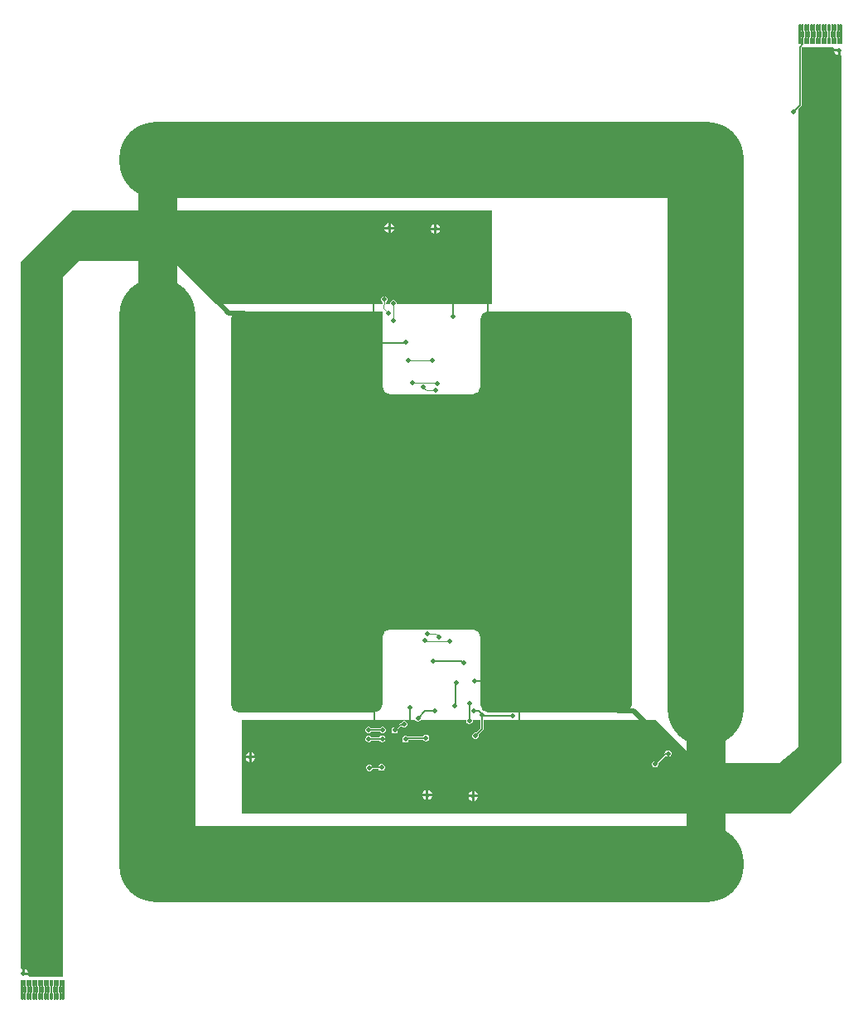
<source format=gbr>
%TF.GenerationSoftware,Altium Limited,Altium Designer,23.9.2 (47)*%
G04 Layer_Physical_Order=2*
G04 Layer_Color=16711680*
%FSLAX25Y25*%
%MOIN*%
%TF.SameCoordinates,C1B3935E-4126-4279-B8D9-91AEC20F268D*%
%TF.FilePolarity,Positive*%
%TF.FileFunction,Copper,L2,Bot,Signal*%
%TF.Part,Single*%
G01*
G75*
%TA.AperFunction,Conductor*%
%ADD27C,0.30709*%
%ADD28C,0.00551*%
%ADD29C,0.01968*%
%ADD30C,0.00787*%
%ADD31C,0.03937*%
%TA.AperFunction,ComponentPad*%
%ADD34C,0.30709*%
%TA.AperFunction,SMDPad,CuDef*%
%AMCUSTOMSHAPE35*
4,1,11,-0.00591,-0.03937,-0.00591,0.03543,-0.00197,0.03937,-0.00197,0.03937,0.00197,0.03937,0.00591,0.03543,0.00591,0.01476,0.00197,0.01083,0.00197,-0.01476,0.00591,-0.01870,0.00591,-0.03937,-0.00591,-0.03937,0.0*%
%ADD35CUSTOMSHAPE35*%

%AMCUSTOMSHAPE36*
4,1,12,-0.00591,-0.01280,-0.00591,0.00886,-0.00197,0.01280,-0.00197,0.03937,0.00197,0.03937,0.00197,0.01280,0.00591,0.00886,0.00591,-0.01280,0.00197,-0.01673,0.00197,-0.03937,-0.00197,-0.03937,-0.00197,-0.01673,-0.00591,-0.01280,0.0*%
%ADD36CUSTOMSHAPE36*%

%AMCUSTOMSHAPE37*
4,1,14,-0.00591,-0.03937,-0.00591,-0.01870,-0.00197,-0.01476,-0.00197,0.01083,-0.00591,0.01476,-0.00591,0.03543,-0.00197,0.03937,0.00197,0.03937,0.00591,0.03543,0.00591,0.01476,0.00197,0.01083,0.00197,-0.01476,0.00591,-0.01870,0.00591,-0.03937,-0.00591,-0.03937,0.0*%
%ADD37CUSTOMSHAPE37*%

%AMCUSTOMSHAPE38*
4,1,12,-0.00591,-0.03937,-0.00591,-0.01870,-0.00197,-0.01476,-0.00197,-0.01476,-0.00197,0.01083,-0.00591,0.01476,-0.00591,0.01476,-0.00591,0.03543,-0.00197,0.03937,0.00197,0.03937,0.00591,0.03543,0.00591,-0.03937,-0.00591,-0.03937,0.0*%
%ADD38CUSTOMSHAPE38*%

%AMCUSTOMSHAPE39*
4,1,11,0.00591,0.03937,0.00591,-0.03543,0.00197,-0.03937,0.00197,-0.03937,-0.00197,-0.03937,-0.00591,-0.03543,-0.00591,-0.01476,-0.00197,-0.01083,-0.00197,0.01476,-0.00591,0.01870,-0.00591,0.03937,0.00591,0.03937,0.0*%
%ADD39CUSTOMSHAPE39*%

%AMCUSTOMSHAPE40*
4,1,12,0.00591,0.01280,0.00591,-0.00886,0.00197,-0.01280,0.00197,-0.03937,-0.00197,-0.03937,-0.00197,-0.01280,-0.00591,-0.00886,-0.00591,0.01280,-0.00197,0.01673,-0.00197,0.03937,0.00197,0.03937,0.00197,0.01673,0.00591,0.01280,0.0*%
%ADD40CUSTOMSHAPE40*%

%AMCUSTOMSHAPE41*
4,1,14,0.00591,0.03937,0.00591,0.01870,0.00197,0.01476,0.00197,-0.01083,0.00591,-0.01476,0.00591,-0.03543,0.00197,-0.03937,-0.00197,-0.03937,-0.00591,-0.03543,-0.00591,-0.01476,-0.00197,-0.01083,-0.00197,0.01476,-0.00591,0.01870,-0.00591,0.03937,0.00591,0.03937,0.0*%
%ADD41CUSTOMSHAPE41*%

%AMCUSTOMSHAPE42*
4,1,12,0.00591,0.03937,0.00591,0.01870,0.00197,0.01476,0.00197,0.01476,0.00197,-0.01083,0.00591,-0.01476,0.00591,-0.01476,0.00591,-0.03543,0.00197,-0.03937,-0.00197,-0.03937,-0.00591,-0.03543,-0.00591,0.03937,0.00591,0.03937,0.0*%
%ADD42CUSTOMSHAPE42*%

%TA.AperFunction,ViaPad*%
%ADD43C,0.01968*%
%TA.AperFunction,Conductor*%
%ADD44C,0.15748*%
%ADD45C,0.00394*%
G36*
X44094Y103150D02*
X5720D01*
X5630Y103285D01*
Y103802D01*
X5432Y104279D01*
X5067Y104645D01*
X4589Y104842D01*
X4072D01*
X3595Y104645D01*
X3229Y104279D01*
X3032Y103802D01*
Y103285D01*
X2941Y103150D01*
X1462D01*
X1341Y103330D01*
Y103941D01*
X1523Y104017D01*
X1889Y104382D01*
X2087Y104860D01*
Y105377D01*
X1889Y105854D01*
X1523Y106219D01*
X1046Y106417D01*
X529D01*
X52Y106219D01*
X-314Y105854D01*
X-512Y105377D01*
Y104860D01*
X-314Y104382D01*
X51Y104017D01*
X126Y103539D01*
X-191Y103150D01*
X-66929D01*
X-84252Y120472D01*
X-122047Y120472D01*
X-128740Y114370D01*
Y-167323D01*
X-142277D01*
X-142611Y-166823D01*
X-142548Y-166670D01*
X-144489D01*
Y-166170D01*
X-144989D01*
Y-164229D01*
X-145057Y-164257D01*
X-145472Y-163979D01*
Y120330D01*
X-124803Y140945D01*
X44094D01*
Y103150D01*
D02*
G37*
G36*
X181885Y206049D02*
X181821Y205895D01*
X183762D01*
Y205395D01*
X184262D01*
Y203455D01*
X184427Y203523D01*
X184843Y203245D01*
Y-81104D01*
X164075Y-101719D01*
X-56595D01*
Y-63924D01*
X13129D01*
X13170Y-64023D01*
X13536Y-64389D01*
X14013Y-64587D01*
X14530D01*
X15008Y-64389D01*
X15373Y-64023D01*
X15414Y-63924D01*
X33553D01*
X33643Y-64059D01*
Y-64576D01*
X33841Y-65053D01*
X34207Y-65419D01*
X34684Y-65617D01*
X35201D01*
X35678Y-65419D01*
X36044Y-65053D01*
X36242Y-64576D01*
Y-64059D01*
X36332Y-63924D01*
X39400D01*
Y-67369D01*
X37596Y-69173D01*
X37143D01*
X36666Y-69371D01*
X36300Y-69736D01*
X36102Y-70214D01*
Y-70731D01*
X36300Y-71208D01*
X36666Y-71574D01*
X37143Y-71772D01*
X37660D01*
X38138Y-71574D01*
X38503Y-71208D01*
X38701Y-70731D01*
Y-70214D01*
X38602Y-69975D01*
X40491Y-68085D01*
X40679Y-67633D01*
Y-63924D01*
X109987D01*
X127310Y-81247D01*
X159744Y-81247D01*
X167421Y-75144D01*
Y181773D01*
X168464Y182816D01*
X168651Y183268D01*
Y206431D01*
X168768Y206549D01*
X181551D01*
X181885Y206049D01*
D02*
G37*
%LPC*%
G36*
X3256Y135799D02*
Y134358D01*
X4696D01*
X4438Y134982D01*
X3880Y135540D01*
X3256Y135799D01*
D02*
G37*
G36*
X2256D02*
X1632Y135540D01*
X1074Y134982D01*
X815Y134358D01*
X2256D01*
Y135799D01*
D02*
G37*
G36*
X21760Y135405D02*
Y133965D01*
X23201D01*
X22942Y134589D01*
X22384Y135147D01*
X21760Y135405D01*
D02*
G37*
G36*
X20760D02*
X20136Y135147D01*
X19578Y134589D01*
X19319Y133965D01*
X20760D01*
Y135405D01*
D02*
G37*
G36*
X4696Y133358D02*
X3256D01*
Y131918D01*
X3880Y132176D01*
X4438Y132734D01*
X4696Y133358D01*
D02*
G37*
G36*
X2256D02*
X815D01*
X1074Y132734D01*
X1632Y132176D01*
X2256Y131918D01*
Y133358D01*
D02*
G37*
G36*
X23201Y132965D02*
X21760D01*
Y131524D01*
X22384Y131782D01*
X22942Y132341D01*
X23201Y132965D01*
D02*
G37*
G36*
X20760D02*
X19319D01*
X19578Y132341D01*
X20136Y131782D01*
X20760Y131524D01*
Y132965D01*
D02*
G37*
G36*
X-143989Y-164229D02*
Y-165670D01*
X-142548D01*
X-142806Y-165046D01*
X-143365Y-164488D01*
X-143989Y-164229D01*
D02*
G37*
G36*
X183262Y204895D02*
X181821D01*
X182080Y204272D01*
X182638Y203713D01*
X183262Y203455D01*
Y204895D01*
D02*
G37*
G36*
X9018Y-64449D02*
X8501D01*
X8024Y-64647D01*
X7658Y-65012D01*
X7506Y-65380D01*
X7111D01*
X6659Y-65567D01*
X5276Y-66949D01*
X5180Y-66909D01*
X4663D01*
X4185Y-67107D01*
X3820Y-67473D01*
X3622Y-67950D01*
Y-68467D01*
X3820Y-68945D01*
X4185Y-69310D01*
X4663Y-69508D01*
X5180D01*
X5657Y-69310D01*
X6023Y-68945D01*
X6221Y-68467D01*
Y-67950D01*
X6180Y-67853D01*
X7345Y-66689D01*
X7863D01*
X8024Y-66849D01*
X8501Y-67047D01*
X9018D01*
X9496Y-66849D01*
X9861Y-66484D01*
X10059Y-66006D01*
Y-65490D01*
X9861Y-65012D01*
X9496Y-64647D01*
X9018Y-64449D01*
D02*
G37*
G36*
X357Y-66811D02*
X-160D01*
X-637Y-67009D01*
X-1003Y-67374D01*
X-1043Y-67471D01*
X-4469D01*
X-4509Y-67374D01*
X-4874Y-67009D01*
X-5352Y-66811D01*
X-5869D01*
X-6346Y-67009D01*
X-6712Y-67374D01*
X-6909Y-67852D01*
Y-68369D01*
X-6712Y-68846D01*
X-6346Y-69212D01*
X-5869Y-69410D01*
X-5352D01*
X-4874Y-69212D01*
X-4509Y-68846D01*
X-4469Y-68749D01*
X-1043D01*
X-1003Y-68846D01*
X-637Y-69212D01*
X-160Y-69410D01*
X357D01*
X834Y-69212D01*
X1200Y-68846D01*
X1398Y-68369D01*
Y-67852D01*
X1200Y-67374D01*
X834Y-67009D01*
X357Y-66811D01*
D02*
G37*
G36*
X17778Y-69961D02*
X17261D01*
X16784Y-70158D01*
X16418Y-70524D01*
X16378Y-70621D01*
X10226D01*
X9952Y-70734D01*
X9510Y-70551D01*
X8993D01*
X8516Y-70749D01*
X8151Y-71114D01*
X7953Y-71592D01*
Y-72109D01*
X8151Y-72586D01*
X8516Y-72952D01*
X8993Y-73150D01*
X9510D01*
X9988Y-72952D01*
X10353Y-72586D01*
X10551Y-72109D01*
Y-71899D01*
X16378D01*
X16418Y-71996D01*
X16784Y-72361D01*
X17261Y-72559D01*
X17778D01*
X18256Y-72361D01*
X18621Y-71996D01*
X18819Y-71518D01*
Y-71001D01*
X18621Y-70524D01*
X18256Y-70158D01*
X17778Y-69961D01*
D02*
G37*
G36*
X160Y-70354D02*
X-357D01*
X-834Y-70552D01*
X-1200Y-70918D01*
X-1240Y-71014D01*
X-4370D01*
X-4410Y-70918D01*
X-4776Y-70552D01*
X-5253Y-70354D01*
X-5770D01*
X-6248Y-70552D01*
X-6613Y-70918D01*
X-6811Y-71395D01*
Y-71912D01*
X-6613Y-72390D01*
X-6248Y-72755D01*
X-5770Y-72953D01*
X-5253D01*
X-4776Y-72755D01*
X-4410Y-72390D01*
X-4370Y-72293D01*
X-1240D01*
X-1200Y-72390D01*
X-834Y-72755D01*
X-357Y-72953D01*
X160D01*
X637Y-72755D01*
X1003Y-72390D01*
X1201Y-71912D01*
Y-71395D01*
X1003Y-70918D01*
X637Y-70552D01*
X160Y-70354D01*
D02*
G37*
G36*
X-52650Y-77095D02*
Y-78535D01*
X-51209D01*
X-51467Y-77911D01*
X-52026Y-77353D01*
X-52650Y-77095D01*
D02*
G37*
G36*
X-53650D02*
X-54274Y-77353D01*
X-54832Y-77911D01*
X-55090Y-78535D01*
X-53650D01*
Y-77095D01*
D02*
G37*
G36*
X115219Y-76260D02*
X114702D01*
X114225Y-76458D01*
X113859Y-76823D01*
X113687Y-77239D01*
X113352Y-77378D01*
X110099Y-80631D01*
X110003Y-80590D01*
X109486D01*
X109008Y-80788D01*
X108643Y-81154D01*
X108445Y-81631D01*
Y-82148D01*
X108643Y-82626D01*
X109008Y-82991D01*
X109486Y-83189D01*
X110003D01*
X110480Y-82991D01*
X110845Y-82626D01*
X111043Y-82148D01*
Y-81631D01*
X111003Y-81535D01*
X114051Y-78487D01*
X114225Y-78661D01*
X114702Y-78858D01*
X115219D01*
X115697Y-78661D01*
X116062Y-78295D01*
X116260Y-77817D01*
Y-77301D01*
X116062Y-76823D01*
X115697Y-76458D01*
X115219Y-76260D01*
D02*
G37*
G36*
X-51209Y-79535D02*
X-52650D01*
Y-80976D01*
X-52026Y-80718D01*
X-51467Y-80159D01*
X-51209Y-79535D01*
D02*
G37*
G36*
X-53650D02*
X-55090D01*
X-54832Y-80159D01*
X-54274Y-80718D01*
X-53650Y-80976D01*
Y-79535D01*
D02*
G37*
G36*
X-135Y-81870D02*
X-652D01*
X-1130Y-82068D01*
X-1495Y-82433D01*
X-1556Y-82579D01*
X-4095D01*
X-4115Y-82532D01*
X-4481Y-82166D01*
X-4958Y-81968D01*
X-5475D01*
X-5953Y-82166D01*
X-6318Y-82532D01*
X-6516Y-83009D01*
Y-83526D01*
X-6318Y-84004D01*
X-5953Y-84369D01*
X-5475Y-84567D01*
X-4958D01*
X-4481Y-84369D01*
X-4115Y-84004D01*
X-4055Y-83858D01*
X-1515D01*
X-1495Y-83905D01*
X-1130Y-84271D01*
X-652Y-84469D01*
X-135D01*
X342Y-84271D01*
X708Y-83905D01*
X905Y-83428D01*
Y-82911D01*
X708Y-82433D01*
X342Y-82068D01*
X-135Y-81870D01*
D02*
G37*
G36*
X18514Y-92298D02*
Y-93739D01*
X19954D01*
X19696Y-93115D01*
X19138Y-92557D01*
X18514Y-92298D01*
D02*
G37*
G36*
X17514D02*
X16890Y-92557D01*
X16331Y-93115D01*
X16073Y-93739D01*
X17514D01*
Y-92298D01*
D02*
G37*
G36*
X37017Y-92692D02*
Y-94133D01*
X38458D01*
X38199Y-93508D01*
X37641Y-92950D01*
X37017Y-92692D01*
D02*
G37*
G36*
X36017D02*
X35393Y-92950D01*
X34835Y-93508D01*
X34577Y-94133D01*
X36017D01*
Y-92692D01*
D02*
G37*
G36*
X19954Y-94739D02*
X18514D01*
Y-96179D01*
X19138Y-95921D01*
X19696Y-95363D01*
X19954Y-94739D01*
D02*
G37*
G36*
X17514D02*
X16073D01*
X16331Y-95363D01*
X16890Y-95921D01*
X17514Y-96179D01*
Y-94739D01*
D02*
G37*
G36*
X38458Y-95132D02*
X37017D01*
Y-96573D01*
X37641Y-96315D01*
X38199Y-95756D01*
X38458Y-95132D01*
D02*
G37*
G36*
X36017D02*
X34577D01*
X34835Y-95756D01*
X35393Y-96315D01*
X36017Y-96573D01*
Y-95132D01*
D02*
G37*
%LPD*%
G36*
G01X97294Y-61024D02*
G01X42470D01*
G02X39370Y-57924I0J3100D01*
G01Y-30659D01*
G03X36270Y-27559I-3100J0D01*
G01X3100D01*
G03X0Y-30659I0J-3100D01*
G01Y-57924D01*
G02X-3100Y-61024I-3100J0D01*
G01X-57924D01*
G02X-61024Y-57924I0J3100D01*
G01Y97294D01*
G02X-57924Y100394I3100J0D01*
G01X0D01*
G01Y70029D01*
G03X3100Y66929I3100J0D01*
G01X36270D01*
G03X39370Y70029I0J3100D01*
G01Y97294D01*
G02X42470Y100394I3100J0D01*
G01X97294D01*
G02X100394Y97294I0J-3100D01*
G01Y-57924D01*
G02X97294Y-61024I-3100J0D01*
D02*
G37*
D27*
X-90551Y-122047D02*
Y98425D01*
Y-122047D02*
X129921D01*
Y-59055D02*
Y161417D01*
X-90551D02*
X129921D01*
D28*
X37402Y-70271D02*
X40039Y-67633D01*
X37402Y-70472D02*
Y-70271D01*
X40039Y-67633D02*
Y-61955D01*
X113804Y-77830D02*
X114690D01*
X114961Y-77559D01*
X109744Y-81890D02*
X113804Y-77830D01*
X29134Y-58268D02*
X29380Y-58022D01*
Y-49459D01*
X29626Y-49213D01*
X169095Y207779D02*
Y212008D01*
X168012Y206696D02*
X169095Y207779D01*
X168012Y183268D02*
Y206696D01*
X165453Y180709D02*
X168012Y183268D01*
X9252Y87598D02*
X9449Y87795D01*
X-10236Y87402D02*
X-10039Y87598D01*
X28346Y98425D02*
Y104724D01*
X-10039Y87598D02*
X9252D01*
X44242Y-48031D02*
X49365D01*
X43848Y-48425D02*
X44242Y-48031D01*
X37008Y-48425D02*
X43848D01*
X38673Y-60371D02*
X40039Y-61738D01*
X40968Y-62500D02*
X52362D01*
X40367Y-61899D02*
X40968Y-62500D01*
X36831Y-60313D02*
X36889Y-60371D01*
X38673D01*
X10927Y-65499D02*
Y-59199D01*
X-5512Y-71653D02*
X-98D01*
X40039Y-61955D02*
Y-61899D01*
Y-61738D01*
Y-61899D02*
X40367D01*
X9635Y-71850D02*
X10226Y-71260D01*
X9252Y-71850D02*
X9635D01*
X10226Y-71260D02*
X17520D01*
X-5610Y-68110D02*
X98D01*
X8489Y-66019D02*
X8760Y-65748D01*
X7111Y-66019D02*
X8489D01*
X4921Y-68209D02*
X7111Y-66019D01*
X14272Y-63287D02*
X17028Y-60532D01*
X21063D01*
X-443Y-83218D02*
X-394Y-83169D01*
X-5167Y-83218D02*
X-443D01*
X-5217Y-83268D02*
X-5167Y-83218D01*
X34943Y-64318D02*
Y-57231D01*
X49365Y-48031D02*
X49510Y-48176D01*
D29*
X-66082Y103877D02*
X-61811Y99606D01*
X-55512D02*
X-52756Y96850D01*
Y92126D02*
Y96850D01*
X-61811Y99606D02*
X-55512D01*
X94785Y-60381D02*
X101084D01*
X92029Y-57625D02*
Y-52900D01*
Y-57625D02*
X94785Y-60381D01*
X101084D02*
X105355Y-64651D01*
X-52953Y91929D02*
X-51378Y90354D01*
X90651Y-51129D02*
X92226Y-52703D01*
D30*
X42520Y42520D02*
Y103150D01*
X19685Y19685D02*
X42520Y42520D01*
X-3543Y98819D02*
Y103937D01*
X-10236Y92126D02*
X-3543Y98819D01*
X-3246Y-3294D02*
X19588Y19541D01*
X-3246Y-63924D02*
Y-3294D01*
X55118Y-64253D02*
Y-58268D01*
X49606Y-52756D02*
X55118Y-58268D01*
X32358Y-41043D02*
X32677D01*
X20276Y-40354D02*
X31669D01*
X32358Y-41043D01*
D31*
X19291Y19685D02*
X19685D01*
X-51378Y90354D02*
X19291Y19685D01*
X19588Y19541D02*
X19982D01*
X90651Y-51129D01*
D34*
X-90551Y98425D02*
D03*
X129921Y-59055D02*
D03*
Y-122047D02*
D03*
X35433D02*
D03*
X3937D02*
D03*
X-59055D02*
D03*
X-27559D02*
D03*
X98425D02*
D03*
X66929D02*
D03*
X129921Y161417D02*
D03*
X35433D02*
D03*
X3937D02*
D03*
X-59055D02*
D03*
X-27559D02*
D03*
X98425D02*
D03*
X66929D02*
D03*
X-90551D02*
D03*
X129921Y129921D02*
D03*
Y35433D02*
D03*
Y3937D02*
D03*
Y-27559D02*
D03*
Y98425D02*
D03*
Y66929D02*
D03*
X-90551Y-122047D02*
D03*
Y-90551D02*
D03*
Y-59055D02*
D03*
Y-27559D02*
D03*
Y3937D02*
D03*
Y35433D02*
D03*
Y66929D02*
D03*
D35*
X167913Y212008D02*
D03*
D36*
X169095D02*
D03*
X171457D02*
D03*
X173819D02*
D03*
X176181D02*
D03*
X178543D02*
D03*
X180905D02*
D03*
X183268D02*
D03*
D37*
X170276D02*
D03*
X172638D02*
D03*
X175000D02*
D03*
X177362D02*
D03*
X179724D02*
D03*
X182087D02*
D03*
D38*
X184449D02*
D03*
D39*
X-128543Y-172638D02*
D03*
D40*
X-129724D02*
D03*
X-132087D02*
D03*
X-134449D02*
D03*
X-136811D02*
D03*
X-139173D02*
D03*
X-141535D02*
D03*
X-143898D02*
D03*
D41*
X-130905D02*
D03*
X-133268D02*
D03*
X-135630D02*
D03*
X-137992D02*
D03*
X-140354D02*
D03*
X-142717D02*
D03*
D42*
X-145079D02*
D03*
D43*
X37402Y-70472D02*
D03*
X114961Y-77559D02*
D03*
X29134Y-58268D02*
D03*
X-52756Y-52756D02*
D03*
Y-49606D02*
D03*
X-50394Y-51181D02*
D03*
X-52756Y-46457D02*
D03*
X-50394Y-48031D02*
D03*
Y-44882D02*
D03*
X-52756Y-43307D02*
D03*
Y-40157D02*
D03*
X-50394Y-41732D02*
D03*
X-52756Y-37008D02*
D03*
X-50394Y-38583D02*
D03*
Y-35433D02*
D03*
X-52756Y-33858D02*
D03*
Y-30709D02*
D03*
X-50394Y-32283D02*
D03*
X-52756Y-27559D02*
D03*
X-50394Y-29134D02*
D03*
Y-25984D02*
D03*
X-52756Y-24409D02*
D03*
Y-21260D02*
D03*
X-50394Y-22835D02*
D03*
X-52756Y-18110D02*
D03*
X-50394Y-19685D02*
D03*
Y-16535D02*
D03*
X-52756Y-14961D02*
D03*
Y-11811D02*
D03*
X-50394Y-13386D02*
D03*
X-52756Y-8661D02*
D03*
X-50394Y-10236D02*
D03*
Y-7087D02*
D03*
X-52756Y-5512D02*
D03*
Y-2362D02*
D03*
X-50394Y-3937D02*
D03*
X-52756Y787D02*
D03*
X-50394Y-787D02*
D03*
Y2362D02*
D03*
X-52756Y3937D02*
D03*
Y7087D02*
D03*
X-50394Y5512D02*
D03*
X-52756Y10236D02*
D03*
X-50394Y8661D02*
D03*
Y11811D02*
D03*
X-52756Y13386D02*
D03*
Y16535D02*
D03*
X-50394Y14961D02*
D03*
X-52756Y19685D02*
D03*
X-50394Y18110D02*
D03*
Y21260D02*
D03*
X-52756Y22835D02*
D03*
Y25984D02*
D03*
X-50394Y24409D02*
D03*
X-52756Y29134D02*
D03*
X-50394Y27559D02*
D03*
Y30709D02*
D03*
X-52756Y32283D02*
D03*
Y35433D02*
D03*
X-50394Y33858D02*
D03*
X-52756Y38583D02*
D03*
X-50394Y37008D02*
D03*
Y40157D02*
D03*
X-52756Y41732D02*
D03*
Y44882D02*
D03*
X-50394Y43307D02*
D03*
X-52756Y48031D02*
D03*
X-50394Y46457D02*
D03*
Y49606D02*
D03*
X-52756Y51181D02*
D03*
Y54331D02*
D03*
X-50394Y52756D02*
D03*
X-52756Y57480D02*
D03*
X-50394Y55905D02*
D03*
Y59055D02*
D03*
X-52756Y60630D02*
D03*
Y63779D02*
D03*
X-50394Y62205D02*
D03*
X-52756Y66929D02*
D03*
X-50394Y65354D02*
D03*
Y68504D02*
D03*
X-52756Y70079D02*
D03*
Y73228D02*
D03*
X-50394Y71653D02*
D03*
X-52756Y76378D02*
D03*
X-50394Y74803D02*
D03*
Y77953D02*
D03*
X-52756Y79527D02*
D03*
Y82677D02*
D03*
X-50394Y81102D02*
D03*
X-52756Y85827D02*
D03*
X-50394Y84252D02*
D03*
Y87402D02*
D03*
X-52756Y88976D02*
D03*
Y92126D02*
D03*
X-50394Y90551D02*
D03*
X-48031Y-52756D02*
D03*
Y-49606D02*
D03*
X-45669Y-51181D02*
D03*
X-48031Y-46457D02*
D03*
X-45669Y-48031D02*
D03*
Y-44882D02*
D03*
X-48031Y-43307D02*
D03*
Y-40157D02*
D03*
X-45669Y-41732D02*
D03*
X-48031Y-37008D02*
D03*
X-45669Y-38583D02*
D03*
Y-35433D02*
D03*
X-48031Y-33858D02*
D03*
Y-30709D02*
D03*
X-45669Y-32283D02*
D03*
X-48031Y-27559D02*
D03*
X-45669Y-29134D02*
D03*
Y-25984D02*
D03*
X-48031Y-24409D02*
D03*
Y-21260D02*
D03*
X-45669Y-22835D02*
D03*
X-48031Y-18110D02*
D03*
X-45669Y-19685D02*
D03*
Y-16535D02*
D03*
X-48031Y-14961D02*
D03*
Y-11811D02*
D03*
X-45669Y-13386D02*
D03*
X-48031Y-8661D02*
D03*
X-45669Y-10236D02*
D03*
Y-7087D02*
D03*
X-48031Y-5512D02*
D03*
Y-2362D02*
D03*
X-45669Y-3937D02*
D03*
X-48031Y787D02*
D03*
X-45669Y-787D02*
D03*
Y2362D02*
D03*
X-48031Y3937D02*
D03*
Y7087D02*
D03*
X-45669Y5512D02*
D03*
X-48031Y10236D02*
D03*
X-45669Y8661D02*
D03*
Y11811D02*
D03*
X-48031Y13386D02*
D03*
Y16535D02*
D03*
X-45669Y14961D02*
D03*
X-48031Y19685D02*
D03*
X-45669Y18110D02*
D03*
Y21260D02*
D03*
X-48031Y22835D02*
D03*
Y25984D02*
D03*
X-45669Y24409D02*
D03*
X-48031Y29134D02*
D03*
X-45669Y27559D02*
D03*
Y30709D02*
D03*
X-48031Y32283D02*
D03*
Y35433D02*
D03*
X-45669Y33858D02*
D03*
X-48031Y38583D02*
D03*
X-45669Y37008D02*
D03*
Y40157D02*
D03*
X-48031Y41732D02*
D03*
Y44882D02*
D03*
X-45669Y43307D02*
D03*
X-48031Y48031D02*
D03*
X-45669Y46457D02*
D03*
Y49606D02*
D03*
X-48031Y51181D02*
D03*
Y54331D02*
D03*
X-45669Y52756D02*
D03*
X-48031Y57480D02*
D03*
X-45669Y55905D02*
D03*
Y59055D02*
D03*
X-48031Y60630D02*
D03*
Y63779D02*
D03*
X-45669Y62205D02*
D03*
X-48031Y66929D02*
D03*
X-45669Y65354D02*
D03*
Y68504D02*
D03*
X-48031Y70079D02*
D03*
Y73228D02*
D03*
X-45669Y71653D02*
D03*
X-48031Y76378D02*
D03*
X-45669Y74803D02*
D03*
Y77953D02*
D03*
X-48031Y79527D02*
D03*
Y82677D02*
D03*
X-45669Y81102D02*
D03*
X-48031Y85827D02*
D03*
X-45669Y84252D02*
D03*
Y87402D02*
D03*
X-48031Y88976D02*
D03*
Y92126D02*
D03*
X-45669Y90551D02*
D03*
X-43307Y-52756D02*
D03*
Y-49606D02*
D03*
X-40945Y-51181D02*
D03*
X-43307Y-46457D02*
D03*
X-40945Y-48031D02*
D03*
Y-44882D02*
D03*
X-43307Y-43307D02*
D03*
Y-40157D02*
D03*
X-40945Y-41732D02*
D03*
X-43307Y-37008D02*
D03*
X-40945Y-38583D02*
D03*
Y-35433D02*
D03*
X-43307Y-33858D02*
D03*
Y-30709D02*
D03*
X-40945Y-32283D02*
D03*
X-43307Y-27559D02*
D03*
X-40945Y-29134D02*
D03*
Y-25984D02*
D03*
X-43307Y-24409D02*
D03*
Y-21260D02*
D03*
X-40945Y-22835D02*
D03*
X-43307Y-18110D02*
D03*
X-40945Y-19685D02*
D03*
Y-16535D02*
D03*
X-43307Y-14961D02*
D03*
Y-11811D02*
D03*
X-40945Y-13386D02*
D03*
X-43307Y-8661D02*
D03*
X-40945Y-10236D02*
D03*
Y-7087D02*
D03*
X-43307Y-5512D02*
D03*
Y-2362D02*
D03*
X-40945Y-3937D02*
D03*
X-43307Y787D02*
D03*
X-40945Y-787D02*
D03*
Y2362D02*
D03*
X-43307Y3937D02*
D03*
Y7087D02*
D03*
X-40945Y5512D02*
D03*
X-43307Y10236D02*
D03*
X-40945Y8661D02*
D03*
Y11811D02*
D03*
X-43307Y13386D02*
D03*
Y16535D02*
D03*
X-40945Y14961D02*
D03*
X-43307Y19685D02*
D03*
X-40945Y18110D02*
D03*
Y21260D02*
D03*
X-43307Y22835D02*
D03*
Y25984D02*
D03*
X-40945Y24409D02*
D03*
X-43307Y29134D02*
D03*
X-40945Y27559D02*
D03*
Y30709D02*
D03*
X-43307Y32283D02*
D03*
Y35433D02*
D03*
X-40945Y33858D02*
D03*
X-43307Y38583D02*
D03*
X-40945Y37008D02*
D03*
Y40157D02*
D03*
X-43307Y41732D02*
D03*
Y44882D02*
D03*
X-40945Y43307D02*
D03*
X-43307Y48031D02*
D03*
X-40945Y46457D02*
D03*
Y49606D02*
D03*
X-43307Y51181D02*
D03*
Y54331D02*
D03*
X-40945Y52756D02*
D03*
X-43307Y57480D02*
D03*
X-40945Y55905D02*
D03*
Y59055D02*
D03*
X-43307Y60630D02*
D03*
Y63779D02*
D03*
X-40945Y62205D02*
D03*
X-43307Y66929D02*
D03*
X-40945Y65354D02*
D03*
Y68504D02*
D03*
X-43307Y70079D02*
D03*
Y73228D02*
D03*
X-40945Y71653D02*
D03*
X-43307Y76378D02*
D03*
X-40945Y74803D02*
D03*
Y77953D02*
D03*
X-43307Y79527D02*
D03*
Y82677D02*
D03*
X-40945Y81102D02*
D03*
X-43307Y85827D02*
D03*
X-40945Y84252D02*
D03*
Y87402D02*
D03*
X-43307Y88976D02*
D03*
Y92126D02*
D03*
X-40945Y90551D02*
D03*
X92174Y92148D02*
D03*
Y88998D02*
D03*
X89812Y90573D02*
D03*
X92174Y85849D02*
D03*
X89812Y87423D02*
D03*
Y84274D02*
D03*
X92174Y82699D02*
D03*
Y79549D02*
D03*
X89812Y81124D02*
D03*
X92174Y76400D02*
D03*
X89812Y77974D02*
D03*
Y74825D02*
D03*
X92174Y73250D02*
D03*
Y70100D02*
D03*
X89812Y71675D02*
D03*
X92174Y66951D02*
D03*
X89812Y68526D02*
D03*
Y65376D02*
D03*
X92174Y63801D02*
D03*
Y60652D02*
D03*
X89812Y62226D02*
D03*
X92174Y57502D02*
D03*
X89812Y59077D02*
D03*
Y55927D02*
D03*
X92174Y54352D02*
D03*
Y51203D02*
D03*
X89812Y52778D02*
D03*
X92174Y48053D02*
D03*
X89812Y49628D02*
D03*
Y46479D02*
D03*
X92174Y44904D02*
D03*
Y41754D02*
D03*
X89812Y43329D02*
D03*
X92174Y38605D02*
D03*
X89812Y40179D02*
D03*
Y37030D02*
D03*
X92174Y35455D02*
D03*
Y32305D02*
D03*
X89812Y33880D02*
D03*
X92174Y29156D02*
D03*
X89812Y30731D02*
D03*
Y27581D02*
D03*
X92174Y26006D02*
D03*
Y22857D02*
D03*
X89812Y24431D02*
D03*
X92174Y19707D02*
D03*
X89812Y21282D02*
D03*
Y18132D02*
D03*
X92174Y16557D02*
D03*
Y13408D02*
D03*
X89812Y14982D02*
D03*
X92174Y10258D02*
D03*
X89812Y11833D02*
D03*
Y8683D02*
D03*
X92174Y7108D02*
D03*
Y3959D02*
D03*
X89812Y5534D02*
D03*
X92174Y809D02*
D03*
X89812Y2384D02*
D03*
Y-766D02*
D03*
X92174Y-2340D02*
D03*
Y-5490D02*
D03*
X89812Y-3915D02*
D03*
X92174Y-8640D02*
D03*
X89812Y-7065D02*
D03*
Y-10214D02*
D03*
X92174Y-11789D02*
D03*
Y-14939D02*
D03*
X89812Y-13364D02*
D03*
X92174Y-18088D02*
D03*
X89812Y-16514D02*
D03*
Y-19663D02*
D03*
X92174Y-21238D02*
D03*
Y-24388D02*
D03*
X89812Y-22813D02*
D03*
X92174Y-27537D02*
D03*
X89812Y-25962D02*
D03*
Y-29112D02*
D03*
X92174Y-30687D02*
D03*
Y-33836D02*
D03*
X89812Y-32262D02*
D03*
X92174Y-36986D02*
D03*
X89812Y-35411D02*
D03*
Y-38561D02*
D03*
X92174Y-40136D02*
D03*
Y-43285D02*
D03*
X89812Y-41710D02*
D03*
X92174Y-46435D02*
D03*
X89812Y-44860D02*
D03*
Y-48010D02*
D03*
X92174Y-49584D02*
D03*
Y-52734D02*
D03*
X89812Y-51159D02*
D03*
X87450Y92148D02*
D03*
Y88998D02*
D03*
X85087Y90573D02*
D03*
X87450Y85849D02*
D03*
X85087Y87423D02*
D03*
Y84274D02*
D03*
X87450Y82699D02*
D03*
Y79549D02*
D03*
X85087Y81124D02*
D03*
X87450Y76400D02*
D03*
X85087Y77974D02*
D03*
Y74825D02*
D03*
X87450Y73250D02*
D03*
Y70100D02*
D03*
X85087Y71675D02*
D03*
X87450Y66951D02*
D03*
X85087Y68526D02*
D03*
Y65376D02*
D03*
X87450Y63801D02*
D03*
Y60652D02*
D03*
X85087Y62226D02*
D03*
X87450Y57502D02*
D03*
X85087Y59077D02*
D03*
Y55927D02*
D03*
X87450Y54352D02*
D03*
Y51203D02*
D03*
X85087Y52778D02*
D03*
X87450Y48053D02*
D03*
X85087Y49628D02*
D03*
Y46479D02*
D03*
X87450Y44904D02*
D03*
Y41754D02*
D03*
X85087Y43329D02*
D03*
X87450Y38605D02*
D03*
X85087Y40179D02*
D03*
Y37030D02*
D03*
X87450Y35455D02*
D03*
Y32305D02*
D03*
X85087Y33880D02*
D03*
X87450Y29156D02*
D03*
X85087Y30731D02*
D03*
Y27581D02*
D03*
X87450Y26006D02*
D03*
Y22857D02*
D03*
X85087Y24431D02*
D03*
X87450Y19707D02*
D03*
X85087Y21282D02*
D03*
Y18132D02*
D03*
X87450Y16557D02*
D03*
Y13408D02*
D03*
X85087Y14982D02*
D03*
X87450Y10258D02*
D03*
X85087Y11833D02*
D03*
Y8683D02*
D03*
X87450Y7108D02*
D03*
Y3959D02*
D03*
X85087Y5534D02*
D03*
X87450Y809D02*
D03*
X85087Y2384D02*
D03*
Y-766D02*
D03*
X87450Y-2340D02*
D03*
Y-5490D02*
D03*
X85087Y-3915D02*
D03*
X87450Y-8640D02*
D03*
X85087Y-7065D02*
D03*
Y-10214D02*
D03*
X87450Y-11789D02*
D03*
Y-14939D02*
D03*
X85087Y-13364D02*
D03*
X87450Y-18088D02*
D03*
X85087Y-16514D02*
D03*
Y-19663D02*
D03*
X87450Y-21238D02*
D03*
Y-24388D02*
D03*
X85087Y-22813D02*
D03*
X87450Y-27537D02*
D03*
X85087Y-25962D02*
D03*
Y-29112D02*
D03*
X87450Y-30687D02*
D03*
Y-33836D02*
D03*
X85087Y-32262D02*
D03*
X87450Y-36986D02*
D03*
X85087Y-35411D02*
D03*
Y-38561D02*
D03*
X87450Y-40136D02*
D03*
Y-43285D02*
D03*
X85087Y-41710D02*
D03*
X87450Y-46435D02*
D03*
X85087Y-44860D02*
D03*
Y-48010D02*
D03*
X87450Y-49584D02*
D03*
Y-52734D02*
D03*
X85087Y-51159D02*
D03*
X82725Y92148D02*
D03*
Y88998D02*
D03*
X80363Y90573D02*
D03*
X82725Y85849D02*
D03*
X80363Y87423D02*
D03*
Y84274D02*
D03*
X82725Y82699D02*
D03*
Y79549D02*
D03*
X80363Y81124D02*
D03*
X82725Y76400D02*
D03*
X80363Y77974D02*
D03*
Y74825D02*
D03*
X82725Y73250D02*
D03*
Y70100D02*
D03*
X80363Y71675D02*
D03*
X82725Y66951D02*
D03*
X80363Y68526D02*
D03*
Y65376D02*
D03*
X82725Y63801D02*
D03*
Y60652D02*
D03*
X80363Y62226D02*
D03*
X82725Y57502D02*
D03*
X80363Y59077D02*
D03*
Y55927D02*
D03*
X82725Y54352D02*
D03*
Y51203D02*
D03*
X80363Y52778D02*
D03*
X82725Y48053D02*
D03*
X80363Y49628D02*
D03*
Y46479D02*
D03*
X82725Y44904D02*
D03*
Y41754D02*
D03*
X80363Y43329D02*
D03*
X82725Y38605D02*
D03*
X80363Y40179D02*
D03*
Y37030D02*
D03*
X82725Y35455D02*
D03*
Y32305D02*
D03*
X80363Y33880D02*
D03*
X82725Y29156D02*
D03*
X80363Y30731D02*
D03*
Y27581D02*
D03*
X82725Y26006D02*
D03*
Y22857D02*
D03*
X80363Y24431D02*
D03*
X82725Y19707D02*
D03*
X80363Y21282D02*
D03*
Y18132D02*
D03*
X82725Y16557D02*
D03*
Y13408D02*
D03*
X80363Y14982D02*
D03*
X82725Y10258D02*
D03*
X80363Y11833D02*
D03*
Y8683D02*
D03*
X82725Y7108D02*
D03*
Y3959D02*
D03*
X80363Y5534D02*
D03*
X82725Y809D02*
D03*
X80363Y2384D02*
D03*
Y-766D02*
D03*
X82725Y-2340D02*
D03*
Y-5490D02*
D03*
X80363Y-3915D02*
D03*
X82725Y-8640D02*
D03*
X80363Y-7065D02*
D03*
Y-10214D02*
D03*
X82725Y-11789D02*
D03*
Y-14939D02*
D03*
X80363Y-13364D02*
D03*
X82725Y-18088D02*
D03*
X80363Y-16514D02*
D03*
Y-19663D02*
D03*
X82725Y-21238D02*
D03*
Y-24388D02*
D03*
X80363Y-22813D02*
D03*
X82725Y-27537D02*
D03*
X80363Y-25962D02*
D03*
Y-29112D02*
D03*
X82725Y-30687D02*
D03*
Y-33836D02*
D03*
X80363Y-32262D02*
D03*
X82725Y-36986D02*
D03*
X80363Y-35411D02*
D03*
Y-38561D02*
D03*
X82725Y-40136D02*
D03*
Y-43285D02*
D03*
X80363Y-41710D02*
D03*
X82725Y-46435D02*
D03*
X80363Y-44860D02*
D03*
Y-48010D02*
D03*
X82725Y-49584D02*
D03*
Y-52734D02*
D03*
X80363Y-51159D02*
D03*
X-37008Y-40945D02*
D03*
X-38583Y-43307D02*
D03*
X-35433D02*
D03*
X-33858Y-40945D02*
D03*
X-30709D02*
D03*
X-32283Y-43307D02*
D03*
X-27559Y-40945D02*
D03*
X-29134Y-43307D02*
D03*
X-25984D02*
D03*
X-24409Y-40945D02*
D03*
X-21260D02*
D03*
X-22835Y-43307D02*
D03*
X-18110Y-40945D02*
D03*
X-19685Y-43307D02*
D03*
X-16535D02*
D03*
X-14961Y-40945D02*
D03*
X-11811D02*
D03*
X-13386Y-43307D02*
D03*
X-8661Y-40945D02*
D03*
X-10236Y-43307D02*
D03*
X48031Y-40945D02*
D03*
X49606Y-43307D02*
D03*
X51181Y-40945D02*
D03*
X54331D02*
D03*
X52756Y-43307D02*
D03*
X57480Y-40945D02*
D03*
X55905Y-43307D02*
D03*
X59055D02*
D03*
X60630Y-40945D02*
D03*
X63779D02*
D03*
X62205Y-43307D02*
D03*
X66929Y-40945D02*
D03*
X65354Y-43307D02*
D03*
X68504D02*
D03*
X70079Y-40945D02*
D03*
X73228D02*
D03*
X71653Y-43307D02*
D03*
X76378Y-40945D02*
D03*
X74803Y-43307D02*
D03*
X77953D02*
D03*
X-37008Y-45669D02*
D03*
X-38583Y-48031D02*
D03*
X-35433D02*
D03*
X-33858Y-45669D02*
D03*
X-30709D02*
D03*
X-32283Y-48031D02*
D03*
X-27559Y-45669D02*
D03*
X-29134Y-48031D02*
D03*
X-25984D02*
D03*
X-24409Y-45669D02*
D03*
X-21260D02*
D03*
X-22835Y-48031D02*
D03*
X-18110Y-45669D02*
D03*
X-19685Y-48031D02*
D03*
X-16535D02*
D03*
X-14961Y-45669D02*
D03*
X-11811D02*
D03*
X-13386Y-48031D02*
D03*
X-8661Y-45669D02*
D03*
X-10236Y-48031D02*
D03*
X48031Y-45669D02*
D03*
X49606Y-48031D02*
D03*
X51181Y-45669D02*
D03*
X54331D02*
D03*
X52756Y-48031D02*
D03*
X57480Y-45669D02*
D03*
X55905Y-48031D02*
D03*
X59055D02*
D03*
X60630Y-45669D02*
D03*
X63779D02*
D03*
X62205Y-48031D02*
D03*
X66929Y-45669D02*
D03*
X65354Y-48031D02*
D03*
X68504D02*
D03*
X70079Y-45669D02*
D03*
X73228D02*
D03*
X71653Y-48031D02*
D03*
X76378Y-45669D02*
D03*
X74803Y-48031D02*
D03*
X77953D02*
D03*
X-37008Y-50394D02*
D03*
X-38583Y-52756D02*
D03*
X-35433D02*
D03*
X-33858Y-50394D02*
D03*
X-30709D02*
D03*
X-32283Y-52756D02*
D03*
X-27559Y-50394D02*
D03*
X-29134Y-52756D02*
D03*
X-25984D02*
D03*
X-24409Y-50394D02*
D03*
X-21260D02*
D03*
X-22835Y-52756D02*
D03*
X-18110Y-50394D02*
D03*
X-19685Y-52756D02*
D03*
X-16535D02*
D03*
X-14961Y-50394D02*
D03*
X-11811D02*
D03*
X-13386Y-52756D02*
D03*
X-8661Y-50394D02*
D03*
X-10236Y-52756D02*
D03*
X48031Y-50394D02*
D03*
X49606Y-52756D02*
D03*
X51181Y-50394D02*
D03*
X54331D02*
D03*
X52756Y-52756D02*
D03*
X57480Y-50394D02*
D03*
X55905Y-52756D02*
D03*
X59055D02*
D03*
X60630Y-50394D02*
D03*
X63779D02*
D03*
X62205Y-52756D02*
D03*
X66929Y-50394D02*
D03*
X65354Y-52756D02*
D03*
X68504D02*
D03*
X70079Y-50394D02*
D03*
X73228D02*
D03*
X71653Y-52756D02*
D03*
X76378Y-50394D02*
D03*
X74803Y-52756D02*
D03*
X77953D02*
D03*
X76378Y80315D02*
D03*
X77953Y82677D02*
D03*
X74803D02*
D03*
X73228Y80315D02*
D03*
X70079D02*
D03*
X71653Y82677D02*
D03*
X66929Y80315D02*
D03*
X68504Y82677D02*
D03*
X65354D02*
D03*
X63779Y80315D02*
D03*
X60630D02*
D03*
X62205Y82677D02*
D03*
X57480Y80315D02*
D03*
X59055Y82677D02*
D03*
X55905D02*
D03*
X54331Y80315D02*
D03*
X51181D02*
D03*
X52756Y82677D02*
D03*
X48031Y80315D02*
D03*
X49606Y82677D02*
D03*
X-8661Y80315D02*
D03*
X-10236Y82677D02*
D03*
X-11811Y80315D02*
D03*
X-14961D02*
D03*
X-13386Y82677D02*
D03*
X-18110Y80315D02*
D03*
X-16535Y82677D02*
D03*
X-19685D02*
D03*
X-21260Y80315D02*
D03*
X-24409D02*
D03*
X-22835Y82677D02*
D03*
X-27559Y80315D02*
D03*
X-25984Y82677D02*
D03*
X-29134D02*
D03*
X-30709Y80315D02*
D03*
X-33858D02*
D03*
X-32283Y82677D02*
D03*
X-37008Y80315D02*
D03*
X-35433Y82677D02*
D03*
X-38583D02*
D03*
X76378Y85039D02*
D03*
X77953Y87402D02*
D03*
X74803D02*
D03*
X73228Y85039D02*
D03*
X70079D02*
D03*
X71653Y87402D02*
D03*
X66929Y85039D02*
D03*
X68504Y87402D02*
D03*
X65354D02*
D03*
X63779Y85039D02*
D03*
X60630D02*
D03*
X62205Y87402D02*
D03*
X57480Y85039D02*
D03*
X59055Y87402D02*
D03*
X55905D02*
D03*
X54331Y85039D02*
D03*
X51181D02*
D03*
X52756Y87402D02*
D03*
X48031Y85039D02*
D03*
X49606Y87402D02*
D03*
X-8661Y85039D02*
D03*
X-10236Y87402D02*
D03*
X-11811Y85039D02*
D03*
X-14961D02*
D03*
X-13386Y87402D02*
D03*
X-18110Y85039D02*
D03*
X-16535Y87402D02*
D03*
X-19685D02*
D03*
X-21260Y85039D02*
D03*
X-24409D02*
D03*
X-22835Y87402D02*
D03*
X-27559Y85039D02*
D03*
X-25984Y87402D02*
D03*
X-29134D02*
D03*
X-30709Y85039D02*
D03*
X-33858D02*
D03*
X-32283Y87402D02*
D03*
X-37008Y85039D02*
D03*
X-35433Y87402D02*
D03*
X-38583D02*
D03*
X76378Y89764D02*
D03*
X77953Y92126D02*
D03*
X74803D02*
D03*
X73228Y89764D02*
D03*
X70079D02*
D03*
X71653Y92126D02*
D03*
X66929Y89764D02*
D03*
X68504Y92126D02*
D03*
X65354D02*
D03*
X63779Y89764D02*
D03*
X60630D02*
D03*
X62205Y92126D02*
D03*
X57480Y89764D02*
D03*
X59055Y92126D02*
D03*
X55905D02*
D03*
X54331Y89764D02*
D03*
X51181D02*
D03*
X52756Y92126D02*
D03*
X48031Y89764D02*
D03*
X49606Y92126D02*
D03*
X-8661Y89764D02*
D03*
X-10236Y92126D02*
D03*
X-11811Y89764D02*
D03*
X-14961D02*
D03*
X-13386Y92126D02*
D03*
X-18110Y89764D02*
D03*
X-16535Y92126D02*
D03*
X-19685D02*
D03*
X-21260Y89764D02*
D03*
X-24409D02*
D03*
X-22835Y92126D02*
D03*
X-27559Y89764D02*
D03*
X-25984Y92126D02*
D03*
X-29134D02*
D03*
X-30709Y89764D02*
D03*
X-33858D02*
D03*
X-32283Y92126D02*
D03*
X-37008Y89764D02*
D03*
X-35433Y92126D02*
D03*
X-38583D02*
D03*
X-144489Y-166170D02*
D03*
X16553Y69788D02*
D03*
X4331Y103543D02*
D03*
X787Y105118D02*
D03*
X2362Y99606D02*
D03*
X9449Y87795D02*
D03*
X12205Y71653D02*
D03*
X10236Y80709D02*
D03*
X28346Y98425D02*
D03*
X2756Y133858D02*
D03*
X21260Y133465D02*
D03*
X22047Y71260D02*
D03*
X4331Y96457D02*
D03*
X21243Y68693D02*
D03*
X20079Y80709D02*
D03*
X183762Y205395D02*
D03*
X18031Y-29468D02*
D03*
X34943Y-57231D02*
D03*
X17226Y-32034D02*
D03*
X18013Y-94239D02*
D03*
X36517Y-94633D02*
D03*
X10927Y-59199D02*
D03*
X37008Y-48425D02*
D03*
X22721Y-30563D02*
D03*
X20276Y-40354D02*
D03*
X40039Y-61955D02*
D03*
X52362Y-62500D02*
D03*
X27069Y-32428D02*
D03*
X32677Y-41043D02*
D03*
X36831Y-60313D02*
D03*
X29626Y-49213D02*
D03*
X-5512Y-71653D02*
D03*
X-98D02*
D03*
X17520Y-71260D02*
D03*
X9252Y-71850D02*
D03*
X-5610Y-68110D02*
D03*
X98D02*
D03*
X4921Y-68209D02*
D03*
X8760Y-65748D02*
D03*
X21063Y-60532D02*
D03*
X14272Y-63287D02*
D03*
X-394Y-83169D02*
D03*
X-5217Y-83268D02*
D03*
X-53150Y-79035D02*
D03*
X109744Y-81890D02*
D03*
X165453Y180709D02*
D03*
X34943Y-64318D02*
D03*
D44*
X-90551Y98425D02*
Y161417D01*
X129921Y-122047D02*
Y-59055D01*
D45*
X16553Y69725D02*
Y69788D01*
Y69725D02*
X17774Y68504D01*
X394Y101575D02*
Y102936D01*
X787Y103330D01*
Y105118D01*
X394Y101575D02*
X2362Y99606D01*
X12205Y71653D02*
X12402Y71457D01*
X21850D01*
X22047Y71260D01*
X21053Y68504D02*
X21243Y68693D01*
X10236Y80709D02*
X20079D01*
X17774Y68504D02*
X21053D01*
X4331Y96457D02*
Y103543D01*
X18031Y-29468D02*
X18220Y-29278D01*
X21500D01*
X22721Y-30563D02*
Y-30499D01*
X21500Y-29278D02*
X22721Y-30499D01*
X17226Y-32034D02*
X17423Y-32231D01*
X26872D01*
X27069Y-32428D01*
%TF.MD5,5e838410055641415ec8a5915bd2938b*%
M02*

</source>
